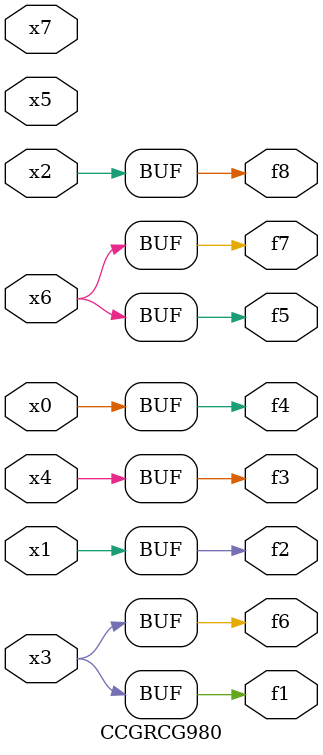
<source format=v>
module CCGRCG980(
	input x0, x1, x2, x3, x4, x5, x6, x7,
	output f1, f2, f3, f4, f5, f6, f7, f8
);
	assign f1 = x3;
	assign f2 = x1;
	assign f3 = x4;
	assign f4 = x0;
	assign f5 = x6;
	assign f6 = x3;
	assign f7 = x6;
	assign f8 = x2;
endmodule

</source>
